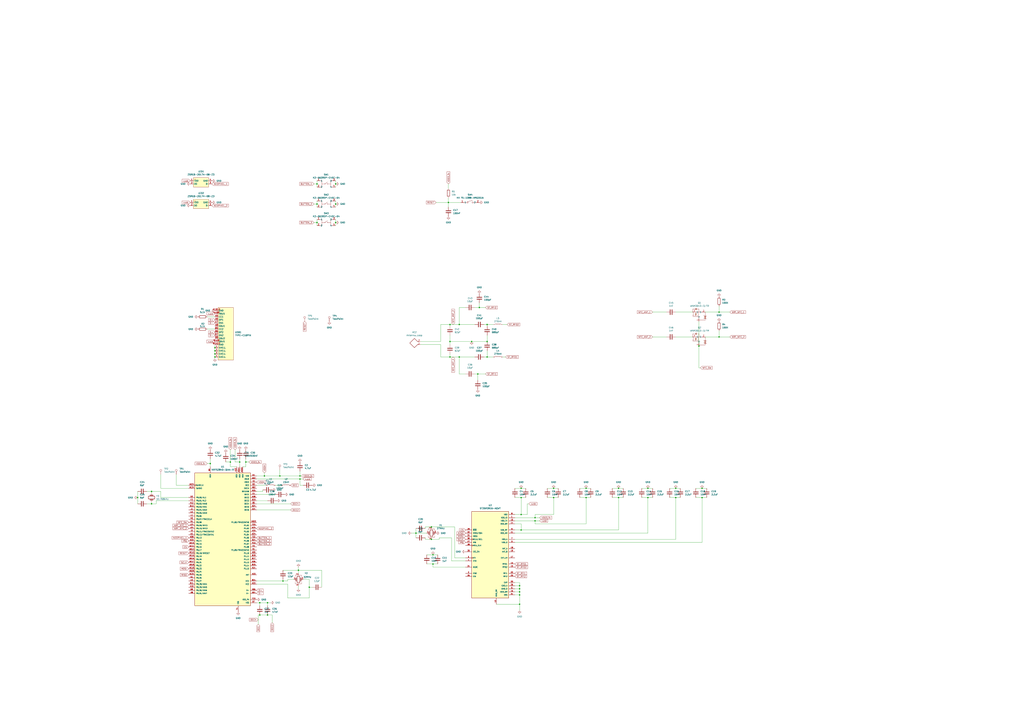
<source format=kicad_sch>
(kicad_sch (version 20250114) (generator "eeschema") (generator_version "9.0")
  (paper "A1")
  (title_block (title "KiKard") (date "2025-06-01") (rev "1") (comment 1 "Author: m5kro"))
  (junction (at 400.05 266.7))
  (junction (at 213.36 505.46))
  (junction (at 387.35 280.67))
  (junction (at 232.41 477.52))
  (junction (at 176.53 290.83))
  (junction (at 368.3 166.37))
  (junction (at 124.46 414.02))
  (junction (at 454.66 401.32))
  (junction (at 229.87 391.16))
  (junction (at 355.6 455.93))
  (junction (at 213.36 495.3))
  (junction (at 427.99 401.32))
  (junction (at 113.03 408.94))
  (junction (at 275.59 182.88))
  (junction (at 217.17 391.16))
  (junction (at 369.57 293.37))
  (junction (at 176.53 293.37))
  (junction (at 124.46 403.86))
  (junction (at 576.58 408.94))
  (junction (at 275.59 167.64))
  (junction (at 176.53 288.29))
  (junction (at 172.72 381))
  (junction (at 554.99 408.94))
  (junction (at 189.23 379.73))
  (junction (at 532.13 408.94))
  (junction (at 426.72 481.33))
  (junction (at 427.99 422.91))
  (junction (at 400.05 293.37))
  (junction (at 481.33 408.94))
  (junction (at 260.35 151.13))
  (junction (at 590.55 276.86))
  (junction (at 275.59 151.13))
  (junction (at 341.63 438.15))
  (junction (at 260.35 167.64))
  (junction (at 426.72 483.87))
  (junction (at 377.19 293.37))
  (junction (at 554.99 401.32))
  (junction (at 393.7 252.73))
  (junction (at 532.13 401.32))
  (junction (at 426.72 496.57))
  (junction (at 392.43 307.34))
  (junction (at 246.38 391.16))
  (junction (at 201.93 379.73))
  (junction (at 481.33 401.32))
  (junction (at 176.53 285.75))
  (junction (at 427.99 408.94))
  (junction (at 439.42 427.99))
  (junction (at 426.72 488.95))
  (junction (at 354.33 433.07))
  (junction (at 219.71 495.3))
  (junction (at 427.99 435.61))
  (junction (at 574.04 284.48))
  (junction (at 354.33 443.23))
  (junction (at 508 401.32))
  (junction (at 254 482.6))
  (junction (at 369.57 280.67))
  (junction (at 426.72 486.41))
  (junction (at 355.6 463.55))
  (junction (at 454.66 408.94))
  (junction (at 196.85 379.73))
  (junction (at 400.05 280.67))
  (junction (at 377.19 266.7))
  (junction (at 219.71 505.46))
  (junction (at 590.55 256.54))
  (junction (at 245.11 468.63))
  (junction (at 246.38 393.7))
  (junction (at 439.42 425.45))
  (junction (at 576.58 401.32))
  (junction (at 260.35 182.88))
  (junction (at 508 408.94))
  (junction (at 369.57 266.7))
  (wire (pts (xy 481.33 408.94) (xy 485.14 408.94)))
  (wire (pts (xy 422.91 435.61) (xy 427.99 435.61)))
  (wire (pts (xy 426.72 496.57) (xy 426.72 501.65)))
  (wire (pts (xy 554.99 401.32) (xy 558.8 401.32)))
  (wire (pts (xy 226.06 398.78) (xy 231.14 398.78)))
  (wire (pts (xy 217.17 388.62) (xy 217.17 391.16)))
  (wire (pts (xy 427.99 430.53) (xy 427.99 435.61)))
  (wire (pts (xy 422.91 408.94) (xy 427.99 408.94)))
  (wire (pts (xy 254 482.6) (xy 256.54 482.6)))
  (wire (pts (xy 427.99 435.61) (xy 508 435.61)))
  (wire (pts (xy 264.16 482.6) (xy 264.16 468.63)))
  (wire (pts (xy 571.5 401.32) (xy 576.58 401.32)))
  (wire (pts (xy 377.19 307.34) (xy 382.27 307.34)))
  (wire (pts (xy 132.08 401.32) (xy 132.08 389.89)))
  (wire (pts (xy 358.14 166.37) (xy 368.3 166.37)))
  (wire (pts (xy 260.35 182.88) (xy 260.35 185.42)))
  (wire (pts (xy 215.9 403.86) (xy 210.82 403.86)))
  (wire (pts (xy 154.94 408.94) (xy 132.08 408.94)))
  (wire (pts (xy 389.89 252.73) (xy 393.7 252.73)))
  (wire (pts (xy 576.58 408.94) (xy 580.39 408.94)))
  (wire (pts (xy 400.05 293.37) (xy 405.13 293.37)))
  (wire (pts (xy 369.57 266.7) (xy 377.19 266.7)))
  (wire (pts (xy 369.57 293.37) (xy 377.19 293.37)))
  (wire (pts (xy 554.99 256.54) (xy 568.96 256.54)))
  (wire (pts (xy 236.22 477.52) (xy 236.22 476.25)))
  (wire (pts (xy 144.78 398.78) (xy 144.78 389.89)))
  (wire (pts (xy 426.72 483.87) (xy 426.72 486.41)))
  (wire (pts (xy 422.91 427.99) (xy 439.42 427.99)))
  (wire (pts (xy 554.99 443.23) (xy 554.99 408.94)))
  (wire (pts (xy 426.72 486.41) (xy 426.72 488.95)))
  (wire (pts (xy 341.63 434.34) (xy 341.63 438.15)))
  (wire (pts (xy 210.82 419.1) (xy 238.76 419.1)))
  (wire (pts (xy 422.91 438.15) (xy 532.13 438.15)))
  (wire (pts (xy 476.25 401.32) (xy 481.33 401.32)))
  (wire (pts (xy 170.18 260.35) (xy 176.53 260.35)))
  (wire (pts (xy 373.38 433.07) (xy 373.38 458.47)))
  (wire (pts (xy 194.31 383.54) (xy 189.23 383.54)))
  (wire (pts (xy 355.6 463.55) (xy 359.41 463.55)))
  (wire (pts (xy 210.82 406.4) (xy 226.06 406.4)))
  (wire (pts (xy 382.27 252.73) (xy 377.19 252.73)))
  (wire (pts (xy 439.42 427.99) (xy 443.23 427.99)))
  (wire (pts (xy 213.36 495.3) (xy 219.71 495.3)))
  (wire (pts (xy 599.44 256.54) (xy 590.55 256.54)))
  (wire (pts (xy 350.52 463.55) (xy 355.6 463.55)))
  (wire (pts (xy 449.58 401.32) (xy 454.66 401.32)))
  (wire (pts (xy 176.53 290.83) (xy 176.53 293.37)))
  (wire (pts (xy 172.72 381) (xy 172.72 383.54)))
  (wire (pts (xy 355.6 455.93) (xy 359.41 455.93)))
  (wire (pts (xy 260.35 151.13) (xy 260.35 153.67)))
  (wire (pts (xy 532.13 401.32) (xy 535.94 401.32)))
  (wire (pts (xy 341.63 438.15) (xy 341.63 441.96)))
  (wire (pts (xy 215.9 402.59) (xy 215.9 403.86)))
  (wire (pts (xy 132.08 403.86) (xy 124.46 403.86)))
  (wire (pts (xy 449.58 408.94) (xy 454.66 408.94)))
  (wire (pts (xy 275.59 180.34) (xy 275.59 182.88)))
  (wire (pts (xy 422.91 425.45) (xy 439.42 425.45)))
  (wire (pts (xy 217.17 391.16) (xy 229.87 391.16)))
  (wire (pts (xy 476.25 408.94) (xy 481.33 408.94)))
  (wire (pts (xy 439.42 427.99) (xy 439.42 430.53)))
  (wire (pts (xy 120.65 403.86) (xy 124.46 403.86)))
  (wire (pts (xy 508 435.61) (xy 508 408.94)))
  (wire (pts (xy 422.91 488.95) (xy 426.72 488.95)))
  (wire (pts (xy 579.12 276.86) (xy 590.55 276.86)))
  (wire (pts (xy 502.92 408.94) (xy 508 408.94)))
  (wire (pts (xy 254 491.49) (xy 254 482.6)))
  (wire (pts (xy 193.04 379.73) (xy 193.04 369.57)))
  (wire (pts (xy 502.92 401.32) (xy 508 401.32)))
  (wire (pts (xy 369.57 293.37) (xy 361.95 293.37)))
  (wire (pts (xy 590.55 276.86) (xy 599.44 276.86)))
  (wire (pts (xy 350.52 455.93) (xy 355.6 455.93)))
  (wire (pts (xy 201.93 379.73) (xy 204.47 379.73)))
  (wire (pts (xy 571.5 408.94) (xy 576.58 408.94)))
  (wire (pts (xy 377.19 252.73) (xy 377.19 266.7)))
  (wire (pts (xy 185.42 379.73) (xy 189.23 379.73)))
  (wire (pts (xy 128.27 414.02) (xy 124.46 414.02)))
  (wire (pts (xy 481.33 430.53) (xy 439.42 430.53)))
  (wire (pts (xy 120.65 414.02) (xy 124.46 414.02)))
  (wire (pts (xy 400.05 288.29) (xy 400.05 293.37)))
  (wire (pts (xy 246.38 398.78) (xy 246.38 393.7)))
  (wire (pts (xy 172.72 377.19) (xy 172.72 381)))
  (wire (pts (xy 368.3 162.56) (xy 368.3 166.37)))
  (wire (pts (xy 481.33 408.94) (xy 481.33 430.53)))
  (wire (pts (xy 238.76 414.02) (xy 210.82 414.02)))
  (wire (pts (xy 576.58 445.77) (xy 576.58 408.94)))
  (wire (pts (xy 113.03 403.86) (xy 113.03 408.94)))
  (wire (pts (xy 229.87 391.16) (xy 246.38 391.16)))
  (wire (pts (xy 236.22 491.49) (xy 254 491.49)))
  (wire (pts (xy 260.35 180.34) (xy 260.35 182.88)))
  (wire (pts (xy 360.68 441.96) (xy 360.68 443.23)))
  (wire (pts (xy 369.57 290.83) (xy 369.57 293.37)))
  (wire (pts (xy 349.25 433.07) (xy 354.33 433.07)))
  (wire (pts (xy 212.09 505.46) (xy 212.09 513.08)))
  (wire (pts (xy 554.99 408.94) (xy 558.8 408.94)))
  (wire (pts (xy 574.04 302.26) (xy 575.31 302.26)))
  (wire (pts (xy 254 482.6) (xy 254 476.25)))
  (wire (pts (xy 422.91 486.41) (xy 426.72 486.41)))
  (wire (pts (xy 590.55 276.86) (xy 590.55 271.78)))
  (wire (pts (xy 481.33 401.32) (xy 485.14 401.32)))
  (wire (pts (xy 377.19 293.37) (xy 377.19 307.34)))
  (wire (pts (xy 210.82 411.48) (xy 219.71 411.48)))
  (wire (pts (xy 210.82 477.52) (xy 232.41 477.52)))
  (wire (pts (xy 212.09 505.46) (xy 213.36 505.46)))
  (wire (pts (xy 229.87 386.08) (xy 229.87 391.16)))
  (wire (pts (xy 433.07 414.02) (xy 434.34 414.02)))
  (wire (pts (xy 260.35 167.64) (xy 260.35 170.18)))
  (wire (pts (xy 397.51 293.37) (xy 400.05 293.37)))
  (wire (pts (xy 349.25 434.34) (xy 349.25 433.07)))
  (wire (pts (xy 260.35 165.1) (xy 260.35 167.64)))
  (wire (pts (xy 245.11 468.63) (xy 245.11 471.17)))
  (wire (pts (xy 579.12 256.54) (xy 590.55 256.54)))
  (wire (pts (xy 405.13 266.7) (xy 400.05 266.7)))
  (wire (pts (xy 412.75 293.37) (xy 415.29 293.37)))
  (wire (pts (xy 210.82 393.7) (xy 246.38 393.7)))
  (wire (pts (xy 454.66 408.94) (xy 454.66 422.91)))
  (wire (pts (xy 393.7 252.73) (xy 398.78 252.73)))
  (wire (pts (xy 355.6 466.09) (xy 355.6 463.55)))
  (wire (pts (xy 427.99 422.91) (xy 422.91 422.91)))
  (wire (pts (xy 170.18 381) (xy 172.72 381)))
  (wire (pts (xy 369.57 280.67) (xy 387.35 280.67)))
  (wire (pts (xy 201.93 379.73) (xy 201.93 377.19)))
  (wire (pts (xy 508 408.94) (xy 511.81 408.94)))
  (wire (pts (xy 369.57 275.59) (xy 369.57 280.67)))
  (wire (pts (xy 382.27 458.47) (xy 373.38 458.47)))
  (wire (pts (xy 426.72 481.33) (xy 426.72 483.87)))
  (wire (pts (xy 422.91 445.77) (xy 576.58 445.77)))
  (wire (pts (xy 260.35 167.64) (xy 257.81 167.64)))
  (wire (pts (xy 213.36 495.3) (xy 213.36 497.84)))
  (wire (pts (xy 124.46 403.86) (xy 124.46 405.13)))
  (wire (pts (xy 170.18 270.51) (xy 176.53 270.51)))
  (wire (pts (xy 232.41 476.25) (xy 232.41 477.52)))
  (wire (pts (xy 431.8 408.94) (xy 427.99 408.94)))
  (wire (pts (xy 213.36 505.46) (xy 219.71 505.46)))
  (wire (pts (xy 210.82 495.3) (xy 213.36 495.3)))
  (wire (pts (xy 176.53 283.21) (xy 176.53 285.75)))
  (wire (pts (xy 377.19 293.37) (xy 389.89 293.37)))
  (wire (pts (xy 199.39 383.54) (xy 201.93 383.54)))
  (wire (pts (xy 422.91 483.87) (xy 426.72 483.87)))
  (wire (pts (xy 382.27 466.09) (xy 355.6 466.09)))
  (wire (pts (xy 373.38 433.07) (xy 354.33 433.07)))
  (wire (pts (xy 433.07 414.02) (xy 433.07 422.91)))
  (wire (pts (xy 368.3 166.37) (xy 368.3 170.18)))
  (wire (pts (xy 576.58 401.32) (xy 580.39 401.32)))
  (wire (pts (xy 407.67 496.57) (xy 426.72 496.57)))
  (wire (pts (xy 361.95 266.7) (xy 361.95 280.67)))
  (wire (pts (xy 454.66 401.32) (xy 458.47 401.32)))
  (wire (pts (xy 426.72 488.95) (xy 426.72 496.57)))
  (wire (pts (xy 232.41 468.63) (xy 245.11 468.63)))
  (wire (pts (xy 382.27 461.01) (xy 370.84 461.01)))
  (wire (pts (xy 426.72 478.79) (xy 426.72 481.33)))
  (wire (pts (xy 554.99 276.86) (xy 568.96 276.86)))
  (wire (pts (xy 422.91 443.23) (xy 554.99 443.23)))
  (wire (pts (xy 154.94 398.78) (xy 144.78 398.78)))
  (wire (pts (xy 219.71 495.3) (xy 222.25 495.3)))
  (wire (pts (xy 176.53 288.29) (xy 176.53 290.83)))
  (wire (pts (xy 433.07 422.91) (xy 427.99 422.91)))
  (wire (pts (xy 210.82 398.78) (xy 218.44 398.78)))
  (wire (pts (xy 532.13 438.15) (xy 532.13 408.94)))
  (wire (pts (xy 361.95 293.37) (xy 361.95 283.21)))
  (wire (pts (xy 454.66 422.91) (xy 439.42 422.91)))
  (wire (pts (xy 535.94 276.86) (xy 547.37 276.86)))
  (wire (pts (xy 189.23 383.54) (xy 189.23 379.73)))
  (wire (pts (xy 412.75 266.7) (xy 416.56 266.7)))
  (wire (pts (xy 392.43 307.34) (xy 389.89 307.34)))
  (wire (pts (xy 196.85 379.73) (xy 196.85 383.54)))
  (wire (pts (xy 210.82 391.16) (xy 217.17 391.16)))
  (wire (pts (xy 369.57 266.7) (xy 369.57 267.97)))
  (wire (pts (xy 341.63 438.15) (xy 350.52 438.15)))
  (wire (pts (xy 260.35 182.88) (xy 257.81 182.88)))
  (wire (pts (xy 113.03 408.94) (xy 113.03 414.02)))
  (wire (pts (xy 246.38 387.35) (xy 246.38 391.16)))
  (wire (pts (xy 535.94 256.54) (xy 547.37 256.54)))
  (wire (pts (xy 124.46 414.02) (xy 124.46 412.75)))
  (wire (pts (xy 245.11 466.09) (xy 245.11 468.63)))
  (wire (pts (xy 176.53 294.64) (xy 176.53 293.37)))
  (wire (pts (xy 245.11 481.33) (xy 245.11 483.87)))
  (wire (pts (xy 532.13 408.94) (xy 535.94 408.94)))
  (wire (pts (xy 400.05 275.59) (xy 400.05 280.67)))
  (wire (pts (xy 201.93 383.54) (xy 201.93 379.73)))
  (wire (pts (xy 387.35 280.67) (xy 400.05 280.67)))
  (wire (pts (xy 439.42 422.91) (xy 439.42 425.45)))
  (wire (pts (xy 154.94 401.32) (xy 132.08 401.32)))
  (wire (pts (xy 345.44 280.67) (xy 361.95 280.67)))
  (wire (pts (xy 369.57 283.21) (xy 369.57 280.67)))
  (wire (pts (xy 392.43 307.34) (xy 392.43 312.42)))
  (wire (pts (xy 223.52 505.46) (xy 223.52 511.81)))
  (wire (pts (xy 132.08 408.94) (xy 132.08 403.86)))
  (wire (pts (xy 368.3 166.37) (xy 378.46 166.37)))
  (wire (pts (xy 590.55 256.54) (xy 590.55 251.46)))
  (wire (pts (xy 246.38 391.16) (xy 247.65 391.16)))
  (wire (pts (xy 427.99 401.32) (xy 431.8 401.32)))
  (wire (pts (xy 196.85 377.19) (xy 196.85 379.73)))
  (wire (pts (xy 389.89 266.7) (xy 377.19 266.7)))
  (wire (pts (xy 128.27 411.48) (xy 128.27 414.02)))
  (wire (pts (xy 454.66 408.94) (xy 458.47 408.94)))
  (wire (pts (xy 275.59 167.64) (xy 275.59 170.18)))
  (wire (pts (xy 254 476.25) (xy 248.92 476.25)))
  (wire (pts (xy 368.3 151.13) (xy 368.3 154.94)))
  (wire (pts (xy 154.94 411.48) (xy 128.27 411.48)))
  (wire (pts (xy 260.35 151.13) (xy 260.35 148.59)))
  (wire (pts (xy 549.91 401.32) (xy 554.99 401.32)))
  (wire (pts (xy 248.92 398.78) (xy 246.38 398.78)))
  (wire (pts (xy 549.91 408.94) (xy 554.99 408.94)))
  (wire (pts (xy 508 401.32) (xy 511.81 401.32)))
  (wire (pts (xy 398.78 307.34) (xy 392.43 307.34)))
  (wire (pts (xy 219.71 495.3) (xy 219.71 497.84)))
  (wire (pts (xy 236.22 480.06) (xy 236.22 491.49)))
  (wire (pts (xy 427.99 408.94) (xy 427.99 422.91)))
  (wire (pts (xy 574.04 284.48) (xy 574.04 302.26)))
  (wire (pts (xy 345.44 283.21) (xy 361.95 283.21)))
  (wire (pts (xy 219.71 505.46) (xy 223.52 505.46)))
  (wire (pts (xy 264.16 468.63) (xy 245.11 468.63)))
  (wire (pts (xy 275.59 151.13) (xy 275.59 153.67)))
  (wire (pts (xy 527.05 401.32) (xy 532.13 401.32)))
  (wire (pts (xy 337.82 438.15) (xy 341.63 438.15)))
  (wire (pts (xy 370.84 441.96) (xy 360.68 441.96)))
  (wire (pts (xy 370.84 461.01) (xy 370.84 441.96)))
  (wire (pts (xy 275.59 182.88) (xy 275.59 185.42)))
  (wire (pts (xy 349.25 443.23) (xy 354.33 443.23)))
  (wire (pts (xy 349.25 441.96) (xy 349.25 443.23)))
  (wire (pts (xy 275.59 165.1) (xy 275.59 167.64)))
  (wire (pts (xy 400.05 266.7) (xy 400.05 267.97)))
  (wire (pts (xy 574.04 264.16) (xy 574.04 284.48)))
  (wire (pts (xy 527.05 408.94) (xy 532.13 408.94)))
  (wire (pts (xy 232.41 477.52) (xy 236.22 477.52)))
  (wire (pts (xy 360.68 443.23) (xy 354.33 443.23)))
  (wire (pts (xy 397.51 266.7) (xy 400.05 266.7)))
  (wire (pts (xy 275.59 148.59) (xy 275.59 151.13)))
  (wire (pts (xy 236.22 476.25) (xy 241.3 476.25)))
  (wire (pts (xy 422.91 481.33) (xy 426.72 481.33)))
  (wire (pts (xy 422.91 478.79) (xy 426.72 478.79)))
  (wire (pts (xy 422.91 401.32) (xy 427.99 401.32)))
  (wire (pts (xy 369.57 266.7) (xy 361.95 266.7)))
  (wire (pts (xy 248.92 393.7) (xy 246.38 393.7)))
  (wire (pts (xy 257.81 151.13) (xy 260.35 151.13)))
  (wire (pts (xy 210.82 480.06) (xy 236.22 480.06)))
  (wire (pts (xy 393.7 248.92) (xy 393.7 252.73)))
  (wire (pts (xy 196.85 379.73) (xy 193.04 379.73)))
  (wire (pts (xy 439.42 425.45) (xy 443.23 425.45)))
  (wire (pts (xy 422.91 430.53) (xy 427.99 430.53)))
  (wire (pts (xy 176.53 285.75) (xy 176.53 288.29)))
  (wire (pts (xy 189.23 379.73) (xy 189.23 369.57)))
  (global_label "DCC2" (shape input) (at 238.76 419.1 0) (property "Intersheetrefs" "${INTERSHEET_REFS}" (effects (hide yes))))
  (global_label "NEOPIXEL_2" (shape input) (at 173.99 168.91 0) (property "Intersheetrefs" "${INTERSHEET_REFS}" (effects (hide yes))))
  (global_label "DCC2" (shape input) (at 223.52 511.81 270) (property "Intersheetrefs" "${INTERSHEET_REFS}" (effects (hide yes))))
  (global_label "NFC_ANT_2" (shape input) (at 535.94 276.86 180) (property "Intersheetrefs" "${INTERSHEET_REFS}" (effects (hide yes))))
  (global_label "MOSI" (shape input) (at 154.94 467.36 180) (property "Intersheetrefs" "${INTERSHEET_REFS}" (effects (hide yes))))
  (global_label "DCC" (shape input) (at 212.09 513.08 270) (property "Intersheetrefs" "${INTERSHEET_REFS}" (effects (hide yes))))
  (global_label "MOSI" (shape input) (at 382.27 440.69 180) (property "Intersheetrefs" "${INTERSHEET_REFS}" (effects (hide yes))))
  (global_label "ST_RFO2" (shape input) (at 422.91 466.09 0) (property "Intersheetrefs" "${INTERSHEET_REFS}" (effects (hide yes))))
  (global_label "VDD3.3v" (shape input) (at 368.3 151.13 90) (property "Intersheetrefs" "${INTERSHEET_REFS}" (effects (hide yes))))
  (global_label "D+" (shape input) (at 176.53 273.05 180) (property "Intersheetrefs" "${INTERSHEET_REFS}" (effects (hide yes))))
  (global_label "D-" (shape input) (at 210.82 487.68 0) (property "Intersheetrefs" "${INTERSHEET_REFS}" (effects (hide yes))))
  (global_label "VDD3.3v" (shape input) (at 193.04 369.57 90) (property "Intersheetrefs" "${INTERSHEET_REFS}" (effects (hide yes))))
  (global_label "NEOPIXEL_2" (shape input) (at 210.82 434.34 0) (property "Intersheetrefs" "${INTERSHEET_REFS}" (effects (hide yes))))
  (global_label "D+" (shape input) (at 176.53 262.89 180) (property "Intersheetrefs" "${INTERSHEET_REFS}" (effects (hide yes))))
  (global_label "IRQ" (shape input) (at 382.27 445.77 180) (property "Intersheetrefs" "${INTERSHEET_REFS}" (effects (hide yes))))
  (global_label "ST_RFO1" (shape input) (at 422.91 463.55 0) (property "Intersheetrefs" "${INTERSHEET_REFS}" (effects (hide yes))))
  (global_label "BUTTON_3" (shape input) (at 257.81 182.88 180) (property "Intersheetrefs" "${INTERSHEET_REFS}" (effects (hide yes))))
  (global_label "vusb" (shape input) (at 176.53 280.67 180) (property "Intersheetrefs" "${INTERSHEET_REFS}" (effects (hide yes))))
  (global_label "IRQ" (shape input) (at 154.94 444.5 180) (property "Intersheetrefs" "${INTERSHEET_REFS}" (effects (hide yes))))
  (global_label "SCLK" (shape input) (at 154.94 462.28 180) (property "Intersheetrefs" "${INTERSHEET_REFS}" (effects (hide yes))))
  (global_label "BUTTON_1" (shape input) (at 210.82 441.96 0) (property "Intersheetrefs" "${INTERSHEET_REFS}" (effects (hide yes))))
  (global_label "ST_RFO1" (shape input) (at 415.29 293.37 0) (property "Intersheetrefs" "${INTERSHEET_REFS}" (effects (hide yes))))
  (global_label "RESET" (shape input) (at 154.94 454.66 180) (property "Intersheetrefs" "${INTERSHEET_REFS}" (effects (hide yes))))
  (global_label "NFC_ANT_1" (shape input) (at 535.94 256.54 180) (property "Intersheetrefs" "${INTERSHEET_REFS}" (effects (hide yes))))
  (global_label "ST_RFI2" (shape input) (at 422.91 473.71 0) (property "Intersheetrefs" "${INTERSHEET_REFS}" (effects (hide yes))))
  (global_label "vusb" (shape input) (at 156.21 166.37 180) (property "Intersheetrefs" "${INTERSHEET_REFS}" (effects (hide yes))))
  (global_label "NFC_SW" (shape input) (at 154.94 429.26 180) (property "Intersheetrefs" "${INTERSHEET_REFS}" (effects (hide yes))))
  (global_label "BUTTON_2" (shape input) (at 210.82 444.5 0) (property "Intersheetrefs" "${INTERSHEET_REFS}" (effects (hide yes))))
  (global_label "NEOPIXEL_1" (shape input) (at 173.99 151.13 0) (property "Intersheetrefs" "${INTERSHEET_REFS}" (effects (hide yes))))
  (global_label "D+" (shape input) (at 210.82 485.14 0) (property "Intersheetrefs" "${INTERSHEET_REFS}" (effects (hide yes))))
  (global_label "ST_RFI2" (shape input) (at 398.78 252.73 0) (property "Intersheetrefs" "${INTERSHEET_REFS}" (effects (hide yes))))
  (global_label "CS" (shape input) (at 382.27 435.61 180) (property "Intersheetrefs" "${INTERSHEET_REFS}" (effects (hide yes))))
  (global_label "NFC_ANT_1" (shape input) (at 372.11 293.37 270) (property "Intersheetrefs" "${INTERSHEET_REFS}" (effects (hide yes))))
  (global_label "VDD3.3v" (shape input) (at 204.47 379.73 0) (property "Intersheetrefs" "${INTERSHEET_REFS}" (effects (hide yes))))
  (global_label "MISO" (shape input) (at 382.27 438.15 180) (property "Intersheetrefs" "${INTERSHEET_REFS}" (effects (hide yes))))
  (global_label "vusb" (shape input) (at 443.23 427.99 0) (property "Intersheetrefs" "${INTERSHEET_REFS}" (effects (hide yes))))
  (global_label "VDD3.3v" (shape input) (at 170.18 381 180) (property "Intersheetrefs" "${INTERSHEET_REFS}" (effects (hide yes))))
  (global_label "RESET" (shape input) (at 250.19 264.16 270) (property "Intersheetrefs" "${INTERSHEET_REFS}" (effects (hide yes))))
  (global_label "NFC_ANT_2" (shape input) (at 372.11 266.7 90) (property "Intersheetrefs" "${INTERSHEET_REFS}" (effects (hide yes))))
  (global_label "NRF_NFC_1" (shape input) (at 599.44 256.54 0) (property "Intersheetrefs" "${INTERSHEET_REFS}" (effects (hide yes))))
  (global_label "D-" (shape input) (at 176.53 275.59 180) (property "Intersheetrefs" "${INTERSHEET_REFS}" (effects (hide yes))))
  (global_label "NEOPIXEL_1" (shape input) (at 154.94 441.96 180) (property "Intersheetrefs" "${INTERSHEET_REFS}" (effects (hide yes))))
  (global_label "NRF_NFC_1" (shape input) (at 154.94 431.8 180) (property "Intersheetrefs" "${INTERSHEET_REFS}" (effects (hide yes))))
  (global_label "BUTTON_2" (shape input) (at 257.81 167.64 180) (property "Intersheetrefs" "${INTERSHEET_REFS}" (effects (hide yes))))
  (global_label "MISO" (shape input) (at 154.94 472.44 180) (property "Intersheetrefs" "${INTERSHEET_REFS}" (effects (hide yes))))
  (global_label "VDD3.3v" (shape input) (at 443.23 425.45 0) (property "Intersheetrefs" "${INTERSHEET_REFS}" (effects (hide yes))))
  (global_label "vusb" (shape input) (at 434.34 414.02 0) (property "Intersheetrefs" "${INTERSHEET_REFS}" (effects (hide yes))))
  (global_label "ST_RFO2" (shape input) (at 416.56 266.7 0) (property "Intersheetrefs" "${INTERSHEET_REFS}" (effects (hide yes))))
  (global_label "DCC" (shape input) (at 238.76 398.78 0) (property "Intersheetrefs" "${INTERSHEET_REFS}" (effects (hide yes))))
  (global_label "vusb" (shape input) (at 156.21 148.59 180) (property "Intersheetrefs" "${INTERSHEET_REFS}" (effects (hide yes))))
  (global_label "NRF_NFC_2" (shape input) (at 154.94 434.34 180) (property "Intersheetrefs" "${INTERSHEET_REFS}" (effects (hide yes))))
  (global_label "DEC4" (shape input) (at 238.76 414.02 0) (property "Intersheetrefs" "${INTERSHEET_REFS}" (effects (hide yes))))
  (global_label "VDDH" (shape input) (at 210.82 396.24 0) (property "Intersheetrefs" "${INTERSHEET_REFS}" (effects (hide yes))))
  (global_label "DEC4" (shape input) (at 212.09 509.27 180) (property "Intersheetrefs" "${INTERSHEET_REFS}" (effects (hide yes))))
  (global_label "ST_RFI1" (shape input) (at 398.78 307.34 0) (property "Intersheetrefs" "${INTERSHEET_REFS}" (effects (hide yes))))
  (global_label "BUTTON_1" (shape input) (at 257.81 151.13 180) (property "Intersheetrefs" "${INTERSHEET_REFS}" (effects (hide yes))))
  (global_label "RESET" (shape input) (at 358.14 166.37 180) (property "Intersheetrefs" "${INTERSHEET_REFS}" (effects (hide yes))))
  (global_label "ST_RFI1" (shape input) (at 422.91 471.17 0) (property "Intersheetrefs" "${INTERSHEET_REFS}" (effects (hide yes))))
  (global_label "vusb" (shape input) (at 248.92 393.7 0) (property "Intersheetrefs" "${INTERSHEET_REFS}" (effects (hide yes))))
  (global_label "BUTTON_3" (shape input) (at 210.82 447.04 0) (property "Intersheetrefs" "${INTERSHEET_REFS}" (effects (hide yes))))
  (global_label "SCLK" (shape input) (at 382.27 443.23 180) (property "Intersheetrefs" "${INTERSHEET_REFS}" (effects (hide yes))))
  (global_label "VDD3.3v" (shape input) (at 247.65 391.16 0) (property "Intersheetrefs" "${INTERSHEET_REFS}" (effects (hide yes))))
  (global_label "VDD3.3v" (shape input) (at 189.23 369.57 90) (property "Intersheetrefs" "${INTERSHEET_REFS}" (effects (hide yes))))
  (global_label "NFC_SW" (shape input) (at 575.31 302.26 0) (property "Intersheetrefs" "${INTERSHEET_REFS}" (effects (hide yes))))
  (global_label "VDDH" (shape input) (at 217.17 388.62 90) (property "Intersheetrefs" "${INTERSHEET_REFS}" (effects (hide yes))))
  (global_label "vusb" (shape input) (at 176.53 257.81 180) (property "Intersheetrefs" "${INTERSHEET_REFS}" (effects (hide yes))))
  (global_label "D-" (shape input) (at 176.53 265.43 180) (property "Intersheetrefs" "${INTERSHEET_REFS}" (effects (hide yes))))
  (global_label "NRF_NFC_2" (shape input) (at 599.44 276.86 0) (property "Intersheetrefs" "${INTERSHEET_REFS}" (effects (hide yes))))
  (global_label "CS" (shape input) (at 154.94 449.58 180) (property "Intersheetrefs" "${INTERSHEET_REFS}" (effects (hide yes))))
  (symbol (lib_id "Device:C") (at 172.72 373.38 0) (unit 1)
    (property "Reference" "C32" (at 176.53 372.1099 0) (effects (justify left)))
    (property "Value" "4.7uF" (at 176.53 374.6499 0) (effects (justify left)))
    (property "Footprint" "extra-symbols-footprints:C0603" (effects (hide yes)))
    (property "Description" "Unpolarized capacitor" (effects (hide yes)))
  )
  (symbol (lib_id "Device:C") (at 458.47 405.13 0) (unit 1)
    (property "Reference" "C7" (at 462.28 403.8599 0) (effects (justify left)))
    (property "Value" "2.2uF" (at 462.28 406.3999 0) (effects (justify left)))
    (property "Footprint" "extra-symbols-footprints:C0603" (effects (hide yes)))
    (property "Description" "Unpolarized capacitor" (effects (hide yes)))
  )
  (symbol (lib_id "power:GND") (at 590.55 243.84 180) (unit 1)
    (property "Reference" "#PWR034" (effects (hide yes)))
    (property "Value" "GND" (at 590.55 238.76 0))
    (property "Description" "Power symbol creates a global label with name \"GND\" , ground" (effects (hide yes)))
  )
  (symbol (lib_id "power:GND") (at 275.59 151.13 90) (unit 1)
    (property "Reference" "#PWR038" (effects (hide yes)))
    (property "Value" "GND" (at 279.4 151.1299 90) (effects (justify right)))
    (property "Description" "Power symbol creates a global label with name \"GND\" , ground" (effects (hide yes)))
  )
  (symbol (lib_id "power:GND") (at 454.66 401.32 180) (unit 1)
    (property "Reference" "#PWR013" (effects (hide yes)))
    (property "Value" "GND" (at 454.66 396.24 0))
    (property "Description" "Power symbol creates a global label with name \"GND\" , ground" (effects (hide yes)))
  )
  (symbol (lib_id "power:GND") (at 162.56 260.35 270) (unit 1)
    (property "Reference" "#PWR01" (effects (hide yes)))
    (property "Value" "GND" (at 158.75 260.3499 90) (effects (justify right)))
    (property "Description" "Power symbol creates a global label with name \"GND\" , ground" (effects (hide yes)))
  )
  (symbol (lib_id "Device:C") (at 535.94 405.13 0) (unit 1)
    (property "Reference" "C15" (at 539.75 403.8599 0) (effects (justify left)))
    (property "Value" "2.2uF" (at 539.75 406.3999 0) (effects (justify left)))
    (property "Footprint" "extra-symbols-footprints:C0603" (effects (hide yes)))
    (property "Description" "Unpolarized capacitor" (effects (hide yes)))
  )
  (symbol (lib_id "Device:C") (at 386.08 252.73 90) (unit 1)
    (property "Reference" "C43" (at 386.08 245.11 90))
    (property "Value" "10pF" (at 386.08 247.65 90))
    (property "Footprint" "extra-symbols-footprints:C0402" (effects (hide yes)))
    (property "Description" "Unpolarized capacitor" (effects (hide yes)))
  )
  (symbol (lib_id "Device:Crystal_GND24") (at 354.33 438.15 0) (unit 1)
    (property "Reference" "Y1" (at 361.95 431.7298 0))
    (property "Value" "27MHz" (at 361.95 434.2698 0))
    (property "Footprint" "extra-symbols-footprints:CRYSTAL-SMD_4P-L2.0-W1.6-BL-B" (effects (hide yes)))
    (property "Description" "Four pin crystal, GND on pins 2 and 4" (effects (hide yes)))
  )
  (symbol (lib_id "power:GND") (at 426.72 501.65 0) (unit 1)
    (property "Reference" "#PWR04" (effects (hide yes)))
    (property "Value" "GND" (at 426.72 506.73 0))
    (property "Description" "Power symbol creates a global label with name \"GND\" , ground" (effects (hide yes)))
  )
  (symbol (lib_id "power:GND") (at 270.51 264.16 0) (unit 1)
    (property "Reference" "#PWR048" (effects (hide yes)))
    (property "Value" "GND" (at 270.51 269.24 0))
    (property "Description" "Power symbol creates a global label with name \"GND\" , ground" (effects (hide yes)))
  )
  (symbol (lib_id "power:GND") (at 481.33 401.32 180) (unit 1)
    (property "Reference" "#PWR014" (effects (hide yes)))
    (property "Value" "GND" (at 481.33 396.24 0))
    (property "Description" "Power symbol creates a global label with name \"GND\" , ground" (effects (hide yes)))
  )
  (symbol (lib_id "Device:R") (at 368.3 158.75 0) (unit 1)
    (property "Reference" "R5" (at 370.84 157.4799 0) (effects (justify left)))
    (property "Value" "10k" (at 370.84 160.0199 0) (effects (justify left)))
    (property "Footprint" "extra-symbols-footprints:R0402" (effects (hide yes)))
    (property "Description" "Resistor" (effects (hide yes)))
  )
  (symbol (lib_id "Device:C") (at 252.73 398.78 90) (unit 1)
    (property "Reference" "C3" (at 252.73 402.59 90))
    (property "Value" "4.7uF" (at 257.048 402.59 90))
    (property "Footprint" "extra-symbols-footprints:C0603" (effects (hide yes)))
    (property "Description" "Unpolarized capacitor" (effects (hide yes)))
  )
  (symbol (lib_id "power:GND") (at 508 401.32 180) (unit 1)
    (property "Reference" "#PWR06" (effects (hide yes)))
    (property "Value" "GND" (at 508 396.24 0))
    (property "Description" "Power symbol creates a global label with name \"GND\" , ground" (effects (hide yes)))
  )
  (symbol (lib_id "Device:C") (at 369.57 271.78 0) (unit 1)
    (property "Reference" "C42" (at 373.38 270.5099 0) (effects (justify left)))
    (property "Value" "62pF" (at 373.38 273.0499 0) (effects (justify left)))
    (property "Footprint" "extra-symbols-footprints:C0402" (effects (hide yes)))
    (property "Description" "Unpolarized capacitor" (effects (hide yes)))
  )
  (symbol (lib_id "Device:C") (at 185.42 375.92 0) (unit 1)
    (property "Reference" "C34" (at 189.23 374.6499 0) (effects (justify left)))
    (property "Value" "100nF" (at 189.23 377.1899 0) (effects (justify left)))
    (property "Footprint" "extra-symbols-footprints:C0402" (effects (hide yes)))
    (property "Description" "Unpolarized capacitor" (effects (hide yes)))
  )
  (symbol (lib_id "Device:C") (at 393.7 245.11 0) (unit 1)
    (property "Reference" "C44" (at 397.51 243.8399 0) (effects (justify left)))
    (property "Value" "100pF" (at 397.51 246.3799 0) (effects (justify left)))
    (property "Footprint" "extra-symbols-footprints:C0402" (effects (hide yes)))
    (property "Description" "Unpolarized capacitor" (effects (hide yes)))
  )
  (symbol (lib_id "power:GND") (at 337.82 438.15 270) (unit 1)
    (property "Reference" "#PWR017" (effects (hide yes)))
    (property "Value" "GND" (at 334.01 438.1499 90) (effects (justify right)))
    (property "Description" "Power symbol creates a global label with name \"GND\" , ground" (effects (hide yes)))
  )
  (symbol (lib_id "power:GND") (at 185.42 372.11 180) (unit 1)
    (property "Reference" "#PWR030" (effects (hide yes)))
    (property "Value" "GND" (at 185.42 367.03 0))
    (property "Description" "Power symbol creates a global label with name \"GND\" , ground" (effects (hide yes)))
  )
  (symbol (lib_id "Device:Crystal") (at 124.46 408.94 90) (unit 1)
    (property "Reference" "Y3" (at 128.27 407.6699 90) (effects (justify right)))
    (property "Value" "32.768kHz" (at 128.27 410.2099 90) (effects (justify right)))
    (property "Footprint" "extra-symbols-footprints:OSC-SMD_L1.6-W1.0" (effects (hide yes)))
    (property "Description" "Two pin crystal" (effects (hide yes)))
  )
  (symbol (lib_id "Device:C") (at 571.5 405.13 0) (unit 1)
    (property "Reference" "C18" (at 575.31 403.8599 0) (effects (justify left)))
    (property "Value" "10nF" (at 575.31 406.3999 0) (effects (justify left)))
    (property "Footprint" "extra-symbols-footprints:C0402" (effects (hide yes)))
    (property "Description" "Unpolarized capacitor" (effects (hide yes)))
  )
  (symbol (lib_id "Device:C") (at 386.08 307.34 90) (unit 1)
    (property "Reference" "C36" (at 386.08 299.72 90))
    (property "Value" "10pF" (at 386.08 302.26 90))
    (property "Footprint" "extra-symbols-footprints:C0402" (effects (hide yes)))
    (property "Description" "Unpolarized capacitor" (effects (hide yes)))
  )
  (symbol (lib_id "Device:C") (at 219.71 402.59 270) (unit 1)
    (property "Reference" "C1" (at 219.71 394.97 90))
    (property "Value" "4.7uF" (at 219.71 397.51 90))
    (property "Footprint" "extra-symbols-footprints:C0603" (effects (hide yes)))
    (property "Description" "Unpolarized capacitor" (effects (hide yes)))
  )
  (symbol (lib_id "Device:C") (at 558.8 405.13 0) (unit 1)
    (property "Reference" "C17" (at 562.61 403.8599 0) (effects (justify left)))
    (property "Value" "2.2uF" (at 562.61 406.3999 0) (effects (justify left)))
    (property "Footprint" "extra-symbols-footprints:C0603" (effects (hide yes)))
    (property "Description" "Unpolarized capacitor" (effects (hide yes)))
  )
  (symbol (lib_id "Device:C") (at 527.05 405.13 0) (unit 1)
    (property "Reference" "C14" (at 530.86 403.8599 0) (effects (justify left)))
    (property "Value" "10nF" (at 530.86 406.3999 0) (effects (justify left)))
    (property "Footprint" "extra-symbols-footprints:C0402" (effects (hide yes)))
    (property "Description" "Unpolarized capacitor" (effects (hide yes)))
  )
  (symbol (lib_id "Device:C") (at 502.92 405.13 0) (unit 1)
    (property "Reference" "C12" (at 506.73 403.8599 0) (effects (justify left)))
    (property "Value" "10nF" (at 506.73 406.3999 0) (effects (justify left)))
    (property "Footprint" "extra-symbols-footprints:C0402" (effects (hide yes)))
    (property "Description" "Unpolarized capacitor" (effects (hide yes)))
  )
  (symbol (lib_id "Device:C") (at 485.14 405.13 0) (unit 1)
    (property "Reference" "C9" (at 488.95 403.8599 0) (effects (justify left)))
    (property "Value" "2.2uF" (at 488.95 406.3999 0) (effects (justify left)))
    (property "Footprint" "extra-symbols-footprints:C0603" (effects (hide yes)))
    (property "Description" "Unpolarized capacitor" (effects (hide yes)))
  )
  (symbol (lib_id "Device:C") (at 223.52 411.48 90) (unit 1)
    (property "Reference" "C28" (at 223.52 403.86 90))
    (property "Value" "100nF" (at 223.52 406.4 90))
    (property "Footprint" "extra-symbols-footprints:C0402" (effects (hide yes)))
    (property "Description" "Unpolarized capacitor" (effects (hide yes)))
  )
  (symbol (lib_id "power:GND") (at 275.59 167.64 90) (unit 1)
    (property "Reference" "#PWR039" (effects (hide yes)))
    (property "Value" "GND" (at 279.4 167.6399 90) (effects (justify right)))
    (property "Description" "Power symbol creates a global label with name \"GND\" , ground" (effects (hide yes)))
  )
  (symbol (lib_id "power:GND") (at 176.53 294.64 0) (unit 1)
    (property "Reference" "#PWR041" (effects (hide yes)))
    (property "Value" "GND" (at 176.53 299.72 0))
    (property "Description" "Power symbol creates a global label with name \"GND\" , ground" (effects (hide yes)))
  )
  (symbol (lib_id "Device:R") (at 590.55 267.97 0) (unit 1)
    (property "Reference" "R4" (at 593.09 266.6999 0) (effects (justify left)))
    (property "Value" "100K" (at 593.09 269.2399 0) (effects (justify left)))
    (property "Footprint" "extra-symbols-footprints:R0603" (effects (hide yes)))
    (property "Description" "Resistor" (effects (hide yes)))
  )
  (symbol (lib_id "K2-6639SP-C4SC-04:K2-6639SP-C4SC-04") (at 267.97 151.13 0) (unit 1)
    (property "Reference" "SW1" (at 267.97 143.51 0))
    (property "Value" "K2-6639SP-C4SC-04" (at 267.97 146.05 0))
    (property "Footprint" "extra-symbols-footprints:KEY-SMD_4P-L6.0-W6.0-P3.90-LS9.0" (effects (hide yes)))
    (property "Datasheet" "https://lcsc.com/product-detail/Tactile-Switches_6-6-5mm_C83206.html" (effects (hide yes)))
    (property "LCSC Part" "C83206" (effects (hide yes)))
  )
  (symbol (lib_id "Device:R") (at 590.55 247.65 0) (unit 1)
    (property "Reference" "R3" (at 593.09 246.3799 0) (effects (justify left)))
    (property "Value" "100K" (at 593.09 248.9199 0) (effects (justify left)))
    (property "Footprint" "extra-symbols-footprints:R0603" (effects (hide yes)))
    (property "Description" "Resistor" (effects (hide yes)))
  )
  (symbol (lib_id "HX3x4x2-2P-2.5N:HXTS-1088-AR02016") (at 386.08 166.37 0) (unit 1)
    (property "Reference" "SW4" (at 386.08 160.02 0))
    (property "Value" "HX TS-1088-AR02016" (at 386.08 162.56 0))
    (property "Footprint" "extra-symbols-footprints:SW-SMD_L4.0-W2.9-LS5.0" (effects (hide yes)))
    (property "LCSC Part" "C36498961" (effects (hide yes)))
  )
  (symbol (lib_id "Device:C") (at 393.7 266.7 90) (unit 1)
    (property "Reference" "C41" (at 393.7 259.08 90))
    (property "Value" "100pF" (at 393.7 261.62 90))
    (property "Footprint" "extra-symbols-footprints:C0402" (effects (hide yes)))
    (property "Description" "Unpolarized capacitor" (effects (hide yes)))
  )
  (symbol (lib_id "K2-6639SP-C4SC-04:K2-6639SP-C4SC-04") (at 267.97 182.88 0) (unit 1)
    (property "Reference" "SW3" (at 267.97 175.26 0))
    (property "Value" "K2-6639SP-C4SC-04" (at 267.97 177.8 0))
    (property "Footprint" "extra-symbols-footprints:KEY-SMD_4P-L6.0-W6.0-P3.90-LS9.0" (effects (hide yes)))
    (property "Datasheet" "https://lcsc.com/product-detail/Tactile-Switches_6-6-5mm_C83206.html" (effects (hide yes)))
    (property "LCSC Part" "C83206" (effects (hide yes)))
  )
  (symbol (lib_id "power:GND") (at 256.54 398.78 90) (unit 1)
    (property "Reference" "#PWR011" (effects (hide yes)))
    (property "Value" "GND" (at 260.35 398.7799 90) (effects (justify right)))
    (property "Description" "Power symbol creates a global label with name \"GND\" , ground" (effects (hide yes)))
  )
  (symbol (lib_id "Device:C") (at 229.87 406.4 90) (unit 1)
    (property "Reference" "C29" (at 229.87 398.78 90))
    (property "Value" "100nF" (at 229.87 401.32 90))
    (property "Footprint" "extra-symbols-footprints:C0402" (effects (hide yes)))
    (property "Description" "Unpolarized capacitor" (effects (hide yes)))
  )
  (symbol (lib_id "power:GND") (at 176.53 255.27 270) (unit 1)
    (property "Reference" "#PWR042" (effects (hide yes)))
    (property "Value" "GND" (at 172.72 255.2699 90) (effects (justify right)))
    (property "Description" "Power symbol creates a global label with name \"GND\" , ground" (effects (hide yes)))
  )
  (symbol (lib_id "power:GND") (at 162.56 270.51 270) (unit 1)
    (property "Reference" "#PWR043" (effects (hide yes)))
    (property "Value" "GND" (at 158.75 270.5099 90) (effects (justify right)))
    (property "Description" "Power symbol creates a global label with name \"GND\" , ground" (effects (hide yes)))
  )
  (symbol (lib_id "power:GND") (at 173.99 148.59 90) (unit 1)
    (property "Reference" "#PWR046" (effects (hide yes)))
    (property "Value" "GND" (at 177.8 148.5899 90) (effects (justify right)))
    (property "Description" "Power symbol creates a global label with name \"GND\" , ground" (effects (hide yes)))
  )
  (symbol (lib_id "power:GND") (at 382.27 453.39 270) (unit 1)
    (property "Reference" "#PWR03" (effects (hide yes)))
    (property "Value" "GND" (at 378.46 453.3899 90) (effects (justify right)))
    (property "Description" "Power symbol creates a global label with name \"GND\" , ground" (effects (hide yes)))
  )
  (symbol (lib_id "Device:C") (at 196.85 373.38 0) (unit 1)
    (property "Reference" "C31" (at 200.66 372.1099 0) (effects (justify left)))
    (property "Value" "100nF" (at 200.66 374.6499 0) (effects (justify left)))
    (property "Footprint" "extra-symbols-footprints:C0402" (effects (hide yes)))
    (property "Description" "Unpolarized capacitor" (effects (hide yes)))
  )
  (symbol (lib_id "power:GND") (at 590.55 264.16 180) (unit 1)
    (property "Reference" "#PWR035" (effects (hide yes)))
    (property "Value" "GND" (at 590.55 259.08 0))
    (property "Description" "Power symbol creates a global label with name \"GND\" , ground" (effects (hide yes)))
  )
  (symbol (lib_id "Device:R") (at 166.37 260.35 270) (unit 1)
    (property "Reference" "R1" (at 166.37 254 90))
    (property "Value" "5.1k" (at 166.37 256.54 90))
    (property "Footprint" "extra-symbols-footprints:R0402" (effects (hide yes)))
    (property "Description" "Resistor" (effects (hide yes)))
  )
  (symbol (lib_id "ST25R3916-AQWT:ST25R3916-AQWT") (at 402.59 455.93 0) (unit 1)
    (property "Reference" "U2" (at 402.59 415.29 0))
    (property "Value" "ST25R3916-AQWT" (at 402.59 417.83 0))
    (property "Footprint" "extra-symbols-footprints:QFN50P500X500X100-33N" (effects (hide yes)))
    (property "B_NOM" "0.25" (effects (hide yes)))
    (property "A_MAX" "1.0" (effects (hide yes)))
    (property "PIN_COUNT_D" "8.0" (effects (hide yes)))
    (property "Check_prices" "https://www.snapeda.com/parts/ST25R3916-AQWT/STMicroelectronics/view-part/?ref=eda" (effects (hide yes)))
    (property "B_MAX" "0.3" (effects (hide yes)))
    (property "Description_1" "RFID Reader/Transponder IC - FeliCa, ISO 14443, ISO 15693, MIFARE, NFC I²C, SPI 2.4V ~ 5.5V 32-VFQFN Exposed Pad" (effects (hide yes)))
    (property "Price" "None" (effects (hide yes)))
    (property "ENOM" "0.5" (effects (hide yes)))
    (property "D_NOM" "5.0" (effects (hide yes)))
    (property "D_MAX" "5.0" (effects (hide yes)))
    (property "L_MAX" "0.5" (effects (hide yes)))
    (property "Package" "None" (effects (hide yes)))
    (property "E2_NOM" "3.5" (effects (hide yes)))
    (property "STANDARD" "IPC 7351B" (effects (hide yes)))
    (property "PARTREV" "4" (effects (hide yes)))
    (property "SnapEDA_Link" "https://www.snapeda.com/parts/ST25R3916-AQWT/STMicroelectronics/view-part/?ref=snap" (effects (hide yes)))
    (property "E_NOM" "5.0" (effects (hide yes)))
    (property "B_MIN" "0.18" (effects (hide yes)))
    (property "D2_NOM" "3.5" (effects (hide yes)))
    (property "L_NOM" "0.4" (effects (hide yes)))
    (property "MANUFACTURER" "STMicroelectronics" (effects (hide yes)))
    (property "MF" "STMicroelectronics" (effects (hide yes)))
    (property "PIN_COUNT_E" "8.0" (effects (hide yes)))
    (property "E_MIN" "5.0" (effects (hide yes)))
    (property "D_MIN" "5.0" (effects (hide yes)))
    (property "MP" "ST25R3916-AQWT" (effects (hide yes)))
    (property "L_MIN" "0.3" (effects (hide yes)))
    (property "Availability" "Not in stock" (effects (hide yes)))
    (property "E_MAX" "5.0" (effects (hide yes)))
  )
  (symbol (lib_id "Device:C") (at 551.18 256.54 90) (unit 1)
    (property "Reference" "C45" (at 551.18 248.92 90))
    (property "Value" "1nF" (at 551.18 251.46 90))
    (property "Footprint" "extra-symbols-footprints:C0402" (effects (hide yes)))
    (property "Description" "Unpolarized capacitor" (effects (hide yes)))
  )
  (symbol (lib_id "power:GND") (at 156.21 151.13 270) (unit 1)
    (property "Reference" "#PWR036" (effects (hide yes)))
    (property "Value" "GND" (at 152.4 151.1299 90) (effects (justify right)))
    (property "Description" "Power symbol creates a global label with name \"GND\" , ground" (effects (hide yes)))
  )
  (symbol (lib_id "power:GND") (at 355.6 455.93 180) (unit 1)
    (property "Reference" "#PWR05" (effects (hide yes)))
    (property "Value" "GND" (at 355.6 450.85 0))
    (property "Description" "Power symbol creates a global label with name \"GND\" , ground" (effects (hide yes)))
  )
  (symbol (lib_id "power:GND") (at 358.14 438.15 90) (unit 1)
    (property "Reference" "#PWR045" (effects (hide yes)))
    (property "Value" "GND" (at 361.95 438.1499 90) (effects (justify right)))
    (property "Description" "Power symbol creates a global label with name \"GND\" , ground" (effects (hide yes)))
  )
  (symbol (lib_id "Device:C") (at 260.35 482.6 90) (unit 1)
    (property "Reference" "C22" (at 260.35 474.98 90))
    (property "Value" "12pF" (at 260.35 477.52 90))
    (property "Footprint" "extra-symbols-footprints:C0402" (effects (hide yes)))
    (property "Description" "Unpolarized capacitor" (effects (hide yes)))
  )
  (symbol (lib_id "power:GND") (at 233.68 406.4 90) (unit 1)
    (property "Reference" "#PWR022" (effects (hide yes)))
    (property "Value" "GND" (at 237.49 406.3999 90) (effects (justify right)))
    (property "Description" "Power symbol creates a global label with name \"GND\" , ground" (effects (hide yes)))
  )
  (symbol (lib_id "Device:C") (at 201.93 373.38 0) (unit 1)
    (property "Reference" "C30" (at 205.74 372.1099 0) (effects (justify left)))
    (property "Value" "100nF" (at 205.74 374.6499 0) (effects (justify left)))
    (property "Footprint" "extra-symbols-footprints:C0402" (effects (hide yes)))
    (property "Description" "Unpolarized capacitor" (effects (hide yes)))
  )
  (symbol (lib_id "Device:C") (at 345.44 434.34 90) (unit 1)
    (property "Reference" "C20" (at 345.44 426.72 90))
    (property "Value" "6pF" (at 345.44 429.26 90))
    (property "Footprint" "extra-symbols-footprints:C0402" (effects (hide yes)))
    (property "Description" "Unpolarized capacitor" (effects (hide yes)))
  )
  (symbol (lib_id "Device:C") (at 400.05 271.78 0) (unit 1)
    (property "Reference" "C40" (at 403.86 270.5099 0) (effects (justify left)))
    (property "Value" "680pF" (at 403.86 273.0499 0) (effects (justify left)))
    (property "Footprint" "extra-symbols-footprints:C0402" (effects (hide yes)))
    (property "Description" "Unpolarized capacitor" (effects (hide yes)))
  )
  (symbol (lib_id "Connector:TestPoint") (at 250.19 264.16 0) (unit 1)
    (property "Reference" "TP5" (at 252.73 259.5879 0) (effects (justify left)))
    (property "Value" "TestPoint" (at 252.73 262.1279 0) (effects (justify left)))
    (property "Footprint" "extra-symbols-footprints:TestPoint_Pad_D1.0mm" (effects (hide yes)))
    (property "Description" "test point" (effects (hide yes)))
  )
  (symbol (lib_id "power:GND") (at 393.7 166.37 90) (unit 1)
    (property "Reference" "#PWR02" (effects (hide yes)))
    (property "Value" "GND" (at 397.51 166.3699 90) (effects (justify right)))
    (property "Description" "Power symbol creates a global label with name \"GND\" , ground" (effects (hide yes)))
  )
  (symbol (lib_id "Device:R") (at 166.37 270.51 270) (unit 1)
    (property "Reference" "R2" (at 166.624 266.192 90))
    (property "Value" "5.1k" (at 166.37 268.224 90))
    (property "Footprint" "extra-symbols-footprints:R0402" (effects (hide yes)))
    (property "Description" "Resistor" (effects (hide yes)))
  )
  (symbol (lib_id "Device:C") (at 116.84 403.86 90) (unit 1)
    (property "Reference" "C24" (at 116.84 396.24 90))
    (property "Value" "6pF" (at 116.84 398.78 90))
    (property "Footprint" "extra-symbols-footprints:C0402" (effects (hide yes)))
    (property "Description" "Unpolarized capacitor" (effects (hide yes)))
  )
  (symbol (lib_id "power:GND") (at 156.21 168.91 270) (unit 1)
    (property "Reference" "#PWR037" (effects (hide yes)))
    (property "Value" "GND" (at 152.4 168.9099 90) (effects (justify right)))
    (property "Description" "Power symbol creates a global label with name \"GND\" , ground" (effects (hide yes)))
  )
  (symbol (lib_id "Device:L") (at 222.25 398.78 90) (unit 1)
    (property "Reference" "L1" (at 222.25 393.7 90))
    (property "Value" "10uH" (at 222.25 396.24 90))
    (property "Footprint" "extra-symbols-footprints:L0603" (effects (hide yes)))
    (property "Description" "Inductor" (effects (hide yes)))
  )
  (symbol (lib_id "power:GND") (at 368.3 177.8 0) (unit 1)
    (property "Reference" "#PWR044" (effects (hide yes)))
    (property "Value" "GND" (at 368.3 182.88 0))
    (property "Description" "Power symbol creates a global label with name \"GND\" , ground" (effects (hide yes)))
  )
  (symbol (lib_id "power:GND") (at 113.03 408.94 270) (unit 1)
    (property "Reference" "#PWR021" (effects (hide yes)))
    (property "Value" "GND" (at 109.22 408.9399 90) (effects (justify right)))
    (property "Description" "Power symbol creates a global label with name \"GND\" , ground" (effects (hide yes)))
  )
  (symbol (lib_id "Device:C") (at 345.44 441.96 90) (unit 1)
    (property "Reference" "C21" (at 345.44 434.34 90))
    (property "Value" "6pF" (at 345.44 436.88 90))
    (property "Footprint" "extra-symbols-footprints:C0402" (effects (hide yes)))
    (property "Description" "Unpolarized capacitor" (effects (hide yes)))
  )
  (symbol (lib_id "Device:C") (at 400.05 284.48 0) (unit 1)
    (property "Reference" "C38" (at 403.86 283.2099 0) (effects (justify left)))
    (property "Value" "680pF" (at 403.86 285.7499 0) (effects (justify left)))
    (property "Footprint" "extra-symbols-footprints:C0402" (effects (hide yes)))
    (property "Description" "Unpolarized capacitor" (effects (hide yes)))
  )
  (symbol (lib_id "Device:C") (at 476.25 405.13 0) (unit 1)
    (property "Reference" "C8" (at 480.06 403.8599 0) (effects (justify left)))
    (property "Value" "10nF" (at 480.06 406.3999 0) (effects (justify left)))
    (property "Footprint" "extra-symbols-footprints:C0402" (effects (hide yes)))
    (property "Description" "Unpolarized capacitor" (effects (hide yes)))
  )
  (symbol (lib_id "Device:C") (at 393.7 293.37 90) (unit 1)
    (property "Reference" "C37" (at 393.7 285.75 90))
    (property "Value" "100pF" (at 393.7 288.29 90))
    (property "Footprint" "extra-symbols-footprints:C0402" (effects (hide yes)))
    (property "Description" "Unpolarized capacitor" (effects (hide yes)))
  )
  (symbol (lib_id "Device:C") (at 350.52 459.74 0) (unit 1)
    (property "Reference" "C10" (at 354.33 458.4699 0) (effects (justify left)))
    (property "Value" "10nF" (at 354.33 461.0099 0) (effects (justify left)))
    (property "Footprint" "extra-symbols-footprints:C0402" (effects (hide yes)))
    (property "Description" "Unpolarized capacitor" (effects (hide yes)))
  )
  (symbol (lib_id "Device:C") (at 232.41 472.44 180) (unit 1)
    (property "Reference" "C23" (at 236.22 471.1699 0) (effects (justify right)))
    (property "Value" "12pF" (at 236.22 473.7099 0) (effects (justify right)))
    (property "Footprint" "extra-symbols-footprints:C0402" (effects (hide yes)))
    (property "Description" "Unpolarized capacitor" (effects (hide yes)))
  )
  (symbol (lib_id "power:GND") (at 173.99 166.37 90) (unit 1)
    (property "Reference" "#PWR047" (effects (hide yes)))
    (property "Value" "GND" (at 177.8 166.3699 90) (effects (justify right)))
    (property "Description" "Power symbol creates a global label with name \"GND\" , ground" (effects (hide yes)))
  )
  (symbol (lib_id "Device:C") (at 219.71 501.65 0) (unit 1)
    (property "Reference" "C26" (at 223.52 500.3799 0) (effects (justify left)))
    (property "Value" "47nF" (at 223.52 502.9199 0) (effects (justify left)))
    (property "Footprint" "extra-symbols-footprints:C0402" (effects (hide yes)))
    (property "Description" "Unpolarized capacitor" (effects (hide yes)))
  )
  (symbol (lib_id "K2-6639SP-C4SC-04:K2-6639SP-C4SC-04") (at 267.97 167.64 0) (unit 1)
    (property "Reference" "SW2" (at 267.97 160.02 0))
    (property "Value" "K2-6639SP-C4SC-04" (at 267.97 162.56 0))
    (property "Footprint" "extra-symbols-footprints:KEY-SMD_4P-L6.0-W6.0-P3.90-LS9.0" (effects (hide yes)))
    (property "Datasheet" "https://lcsc.com/product-detail/Tactile-Switches_6-6-5mm_C83206.html" (effects (hide yes)))
    (property "LCSC Part" "C83206" (effects (hide yes)))
  )
  (symbol (lib_id "power:GND") (at 196.85 369.57 180) (unit 1)
    (property "Reference" "#PWR023" (effects (hide yes)))
    (property "Value" "GND" (at 196.85 364.49 0))
    (property "Description" "Power symbol creates a global label with name \"GND\" , ground" (effects (hide yes)))
  )
  (symbol (lib_id "rgbled:ZSRGB-2017H-08-Z3") (at 165.1 149.86 0) (unit 1)
    (property "Reference" "LED1" (at 165.1 140.97 0))
    (property "Value" "ZSRGB-2017H-08-Z3" (at 165.1 143.51 0))
    (property "Footprint" "extra-symbols-footprints:LED-SMD_4P-L2.0-W1.8-P0.90_XGM-S0807RGB" (effects (hide yes)))
    (property "Datasheet" "https://lcsc.com/product-detail/Light-Emitting-Diodes-LED_Worldsemi-WS2812B-2020_C965555.html" (effects (hide yes)))
    (property "LCSC Part" "C7497245" (effects (hide yes)))
  )
  (symbol (lib_id "power:GND") (at 223.52 402.59 90) (unit 1)
    (property "Reference" "#PWR09" (effects (hide yes)))
    (property "Value" "GND" (at 227.33 402.5899 90) (effects (justify right)))
    (property "Description" "Power symbol creates a global label with name \"GND\" , ground" (effects (hide yes)))
  )
  (symbol (lib_id "Device:L") (at 408.94 266.7 90) (unit 1)
    (property "Reference" "L5" (at 408.94 261.62 90))
    (property "Value" "270nH" (at 408.94 264.16 90))
    (property "Footprint" "extra-symbols-footprints:L0402" (effects (hide yes)))
    (property "Description" "Inductor" (effects (hide yes)))
  )
  (symbol (lib_id "Connector:TestPoint") (at 144.78 389.89 0) (unit 1)
    (property "Reference" "TP1" (at 147.32 385.3179 0) (effects (justify left)))
    (property "Value" "TestPoint" (at 147.32 387.8579 0) (effects (justify left)))
    (property "Footprint" "extra-symbols-footprints:TestPoint_Pad_D1.0mm" (effects (hide yes)))
    (property "Description" "test point" (effects (hide yes)))
  )
  (symbol (lib_id "power:GND") (at 222.25 495.3 90) (unit 1)
    (property "Reference" "#PWR08" (effects (hide yes)))
    (property "Value" "GND" (at 226.06 495.2999 90) (effects (justify right)))
    (property "Description" "Power symbol creates a global label with name \"GND\" , ground" (effects (hide yes)))
  )
  (symbol (lib_id "Device:L") (at 234.95 398.78 90) (unit 1)
    (property "Reference" "L2" (at 234.95 393.7 90))
    (property "Value" "15nH" (at 234.95 396.24 90))
    (property "Footprint" "extra-symbols-footprints:L0603" (effects (hide yes)))
    (property "Description" "Inductor" (effects (hide yes)))
  )
  (symbol (lib_id "Connector:TestPoint") (at 132.08 389.89 0) (unit 1)
    (property "Reference" "TP2" (at 134.62 385.3179 0) (effects (justify left)))
    (property "Value" "TestPoint" (at 134.62 387.8579 0) (effects (justify left)))
    (property "Footprint" "extra-symbols-footprints:TestPoint_Pad_D1.0mm" (effects (hide yes)))
    (property "Description" "test point" (effects (hide yes)))
  )
  (symbol (lib_id "Device:C") (at 369.57 287.02 0) (unit 1)
    (property "Reference" "C39" (at 373.38 285.7499 0) (effects (justify left)))
    (property "Value" "62pF" (at 373.38 288.2899 0) (effects (justify left)))
    (property "Footprint" "extra-symbols-footprints:C0402" (effects (hide yes)))
    (property "Description" "Unpolarized capacitor" (effects (hide yes)))
  )
  (symbol (lib_id "Device:C") (at 549.91 405.13 0) (unit 1)
    (property "Reference" "C16" (at 553.72 403.8599 0) (effects (justify left)))
    (property "Value" "10nF" (at 553.72 406.3999 0) (effects (justify left)))
    (property "Footprint" "extra-symbols-footprints:C0402" (effects (hide yes)))
    (property "Description" "Unpolarized capacitor" (effects (hide yes)))
  )
  (symbol (lib_id "Device:C") (at 580.39 405.13 0) (unit 1)
    (property "Reference" "C19" (at 584.2 403.8599 0) (effects (justify left)))
    (property "Value" "2.2uF" (at 584.2 406.3999 0) (effects (justify left)))
    (property "Footprint" "extra-symbols-footprints:C0603" (effects (hide yes)))
    (property "Description" "Unpolarized capacitor" (effects (hide yes)))
  )
  (symbol (lib_id "power:GND") (at 195.58 502.92 0) (unit 1)
    (property "Reference" "#PWR029" (effects (hide yes)))
    (property "Value" "GND" (at 195.58 508 0))
    (property "Description" "Power symbol creates a global label with name \"GND\" , ground" (effects (hide yes)))
  )
  (symbol (lib_id "Device:C") (at 246.38 383.54 0) (unit 1)
    (property "Reference" "C2" (at 250.19 382.2699 0) (effects (justify left)))
    (property "Value" "4.7uF" (at 250.19 384.8099 0) (effects (justify left)))
    (property "Footprint" "extra-symbols-footprints:C0603" (effects (hide yes)))
    (property "Description" "Unpolarized capacitor" (effects (hide yes)))
  )
  (symbol (lib_id "power:GND") (at 227.33 411.48 90) (unit 1)
    (property "Reference" "#PWR020" (effects (hide yes)))
    (property "Value" "GND" (at 231.14 411.4799 90) (effects (justify right)))
    (property "Description" "Power symbol creates a global label with name \"GND\" , ground" (effects (hide yes)))
  )
  (symbol (lib_id "Device:C") (at 368.3 173.99 0) (unit 1)
    (property "Reference" "C47" (at 372.11 172.7199 0) (effects (justify left)))
    (property "Value" "100nF" (at 372.11 175.2599 0) (effects (justify left)))
    (property "Footprint" "extra-symbols-footprints:C0402" (effects (hide yes)))
    (property "Description" "Unpolarized capacitor" (effects (hide yes)))
  )
  (symbol (lib_id "Device:L") (at 408.94 293.37 90) (unit 1)
    (property "Reference" "L4" (at 408.94 288.29 90))
    (property "Value" "270nH" (at 408.94 290.83 90))
    (property "Footprint" "extra-symbols-footprints:L0402" (effects (hide yes)))
    (property "Description" "Inductor" (effects (hide yes)))
  )
  (symbol (lib_id "Device:C") (at 431.8 405.13 0) (unit 1)
    (property "Reference" "C5" (at 435.61 403.8599 0) (effects (justify left)))
    (property "Value" "2.2uF" (at 435.61 406.3999 0) (effects (justify left)))
    (property "Footprint" "extra-symbols-footprints:C0603" (effects (hide yes)))
    (property "Description" "Unpolarized capacitor" (effects (hide yes)))
  )
  (symbol (lib_id "Connector:TestPoint") (at 229.87 386.08 0) (unit 1)
    (property "Reference" "TP3" (at 232.41 381.5079 0) (effects (justify left)))
    (property "Value" "TestPoint" (at 232.41 384.0479 0) (effects (justify left)))
    (property "Footprint" "extra-symbols-footprints:TestPoint_Pad_D1.0mm" (effects (hide yes)))
    (property "Description" "test point" (effects (hide yes)))
  )
  (symbol (lib_id "Device:C") (at 213.36 501.65 0) (unit 1)
    (property "Reference" "C27" (at 217.17 500.3799 0) (effects (justify left)))
    (property "Value" "1uF" (at 217.17 502.9199 0) (effects (justify left)))
    (property "Footprint" "extra-symbols-footprints:C0402" (effects (hide yes)))
    (property "Description" "Unpolarized capacitor" (effects (hide yes)))
  )
  (symbol (lib_id "power:GND") (at 246.38 379.73 180) (unit 1)
    (property "Reference" "#PWR010" (effects (hide yes)))
    (property "Value" "GND" (at 246.38 374.65 0))
    (property "Description" "Power symbol creates a global label with name \"GND\" , ground" (effects (hide yes)))
  )
  (symbol (lib_id "power:GND") (at 387.35 280.67 0) (unit 1)
    (property "Reference" "#PWR032" (effects (hide yes)))
    (property "Value" "GND" (at 387.35 285.75 0))
    (property "Description" "Power symbol creates a global label with name \"GND\" , ground" (effects (hide yes)))
  )
  (symbol (lib_id "Device:C") (at 359.41 459.74 0) (unit 1)
    (property "Reference" "C11" (at 363.22 458.4699 0) (effects (justify left)))
    (property "Value" "1uF" (at 363.22 461.0099 0) (effects (justify left)))
    (property "Footprint" "extra-symbols-footprints:C0402" (effects (hide yes)))
    (property "Description" "Unpolarized capacitor" (effects (hide yes)))
  )
  (symbol (lib_id "power:GND") (at 393.7 241.3 180) (unit 1)
    (property "Reference" "#PWR033" (effects (hide yes)))
    (property "Value" "GND" (at 393.7 236.22 0))
    (property "Description" "Power symbol creates a global label with name \"GND\" , ground" (effects (hide yes)))
  )
  (symbol (lib_id "power:GND") (at 172.72 369.57 180) (unit 1)
    (property "Reference" "#PWR025" (effects (hide yes)))
    (property "Value" "GND" (at 172.72 364.49 0))
    (property "Description" "Power symbol creates a global label with name \"GND\" , ground" (effects (hide yes)))
  )
  (symbol (lib_id "power:GND") (at 392.43 320.04 0) (unit 1)
    (property "Reference" "#PWR031" (effects (hide yes)))
    (property "Value" "GND" (at 392.43 325.12 0))
    (property "Description" "Power symbol creates a global label with name \"GND\" , ground" (effects (hide yes)))
  )
  (symbol (lib_id "Device:C") (at 422.91 405.13 0) (unit 1)
    (property "Reference" "C4" (at 426.72 403.8599 0) (effects (justify left)))
    (property "Value" "10nF" (at 426.72 406.3999 0) (effects (justify left)))
    (property "Footprint" "extra-symbols-footprints:C0402" (effects (hide yes)))
    (property "Description" "Unpolarized capacitor" (effects (hide yes)))
  )
  (symbol (lib_id "WNM3013-3TR:WNM3013-3_TR") (at 574.04 256.54 90) (unit 1)
    (property "Reference" "Q1" (at 574.55 248.92 90))
    (property "Value" "WNM3013-3/TR" (at 574.55 251.46 90))
    (property "Footprint" "extra-symbols-footprints:SOT-723_L1.2-W0.8-P0.40-LS1.2-BR" (effects (hide yes)))
    (property "Datasheet" "https://lcsc.com/product-detail/MOSFET_WILLSEMI-Will-Semicon-WNM3013-3-TR_C239659.html" (effects (hide yes)))
    (property "LCSC Part" "C239659" (effects (hide yes)))
  )
  (symbol (lib_id "Device:C") (at 551.18 276.86 90) (unit 1)
    (property "Reference" "C46" (at 551.18 269.24 90))
    (property "Value" "1nF" (at 551.18 271.78 90))
    (property "Footprint" "extra-symbols-footprints:C0402" (effects (hide yes)))
    (property "Description" "Unpolarized capacitor" (effects (hide yes)))
  )
  (symbol (lib_id "Device:C") (at 511.81 405.13 0) (unit 1)
    (property "Reference" "C13" (at 515.62 403.8599 0) (effects (justify left)))
    (property "Value" "2.2uF" (at 515.62 406.3999 0) (effects (justify left)))
    (property "Footprint" "extra-symbols-footprints:C0603" (effects (hide yes)))
    (property "Description" "Unpolarized capacitor" (effects (hide yes)))
  )
  (symbol (lib_id "Device:C") (at 392.43 316.23 0) (unit 1)
    (property "Reference" "C35" (at 396.24 314.9599 0) (effects (justify left)))
    (property "Value" "100pF" (at 396.24 317.4999 0) (effects (justify left)))
    (property "Footprint" "extra-symbols-footprints:C0402" (effects (hide yes)))
    (property "Description" "Unpolarized capacitor" (effects (hide yes)))
  )
  (symbol (lib_id "NRF52840-QIAA-R:NRF52840-QIAA-R") (at 182.88 441.96 0) (unit 1)
    (property "Reference" "U1" (at 182.88 383.54 0))
    (property "Value" "NRF52840-QIAA-R" (at 182.88 386.08 0))
    (property "Footprint" "extra-symbols-footprints:XCVR_NRF52840-QIAA-R" (effects (hide yes)))
    (property "MF" "Nordic" (effects (hide yes)))
    (property "MAXIMUM_PACKAGE_HEIGHT" "0.85 mm" (effects (hide yes)))
    (property "Package" "VFQFN-73 Nordic" (effects (hide yes)))
    (property "Price" "None" (effects (hide yes)))
    (property "Check_prices" "https://www.snapeda.com/parts/NRF52840-QIAA-R/Nordic+Power/view-part/?ref=eda" (effects (hide yes)))
    (property "STANDARD" "Manufacturer Recommendations" (effects (hide yes)))
    (property "PARTREV" "v1.1" (effects (hide yes)))
    (property "SnapEDA_Link" "https://www.snapeda.com/parts/NRF52840-QIAA-R/Nordic+Power/view-part/?ref=snap" (effects (hide yes)))
    (property "MP" "NRF52840-QIAA-R" (effects (hide yes)))
    (property "Description_1" "IC RF TxRx + MCU 802.15.4, Bluetooth Bluetooth v5.0, Thread, Zigbee® 2.4GHz 73-VFQFN Dual Rows, Exposed Pad" (effects (hide yes)))
    (property "Availability" "In Stock" (effects (hide yes)))
    (property "MANUFACTURER" "Nordic" (effects (hide yes)))
  )
  (symbol (lib_id "Device:Antenna_Loop") (at 340.36 283.21 90) (unit 1)
    (property "Reference" "AE2" (at 340.36 273.05 90))
    (property "Value" "Antenna_Loop" (at 340.36 275.59 90))
    (property "Footprint" "extra-symbols-footprints:kikard-ant-v1.0" (effects (hide yes)))
    (property "Description" "Loop antenna" (effects (hide yes)))
  )
  (symbol (lib_id "power:GND") (at 210.82 492.76 90) (unit 1)
    (property "Reference" "#PWR028" (effects (hide yes)))
    (property "Value" "GND" (at 214.63 492.7599 90) (effects (justify right)))
    (property "Description" "Power symbol creates a global label with name \"GND\" , ground" (effects (hide yes)))
  )
  (symbol (lib_id "power:GND") (at 245.11 466.09 180) (unit 1)
    (property "Reference" "#PWR019" (effects (hide yes)))
    (property "Value" "GND" (at 245.11 461.01 0))
    (property "Description" "Power symbol creates a global label with name \"GND\" , ground" (effects (hide yes)))
  )
  (symbol (lib_id "power:GND") (at 201.93 369.57 180) (unit 1)
    (property "Reference" "#PWR024" (effects (hide yes)))
    (property "Value" "GND" (at 201.93 364.49 0))
    (property "Description" "Power symbol creates a global label with name \"GND\" , ground" (effects (hide yes)))
  )
  (symbol (lib_id "rgbled:ZSRGB-2017H-08-Z3") (at 165.1 167.64 0) (unit 1)
    (property "Reference" "LED2" (at 165.1 158.75 0))
    (property "Value" "ZSRGB-2017H-08-Z3" (at 165.1 161.29 0))
    (property "Footprint" "extra-symbols-footprints:LED-SMD_4P-L2.0-W1.8-P0.90_XGM-S0807RGB" (effects (hide yes)))
    (property "Datasheet" "https://lcsc.com/product-detail/Light-Emitting-Diodes-LED_Worldsemi-WS2812B-2020_C965555.html" (effects (hide yes)))
    (property "LCSC Part" "C7497245" (effects (hide yes)))
  )
  (symbol (lib_id "WNM3013-3TR:WNM3013-3_TR") (at 574.04 276.86 90) (unit 1)
    (property "Reference" "Q2" (at 574.55 269.24 90))
    (property "Value" "WNM3013-3/TR" (at 574.55 271.78 90))
    (property "Footprint" "extra-symbols-footprints:SOT-723_L1.2-W0.8-P0.40-LS1.2-BR" (effects (hide yes)))
    (property "Datasheet" "https://lcsc.com/product-detail/MOSFET_WILLSEMI-Will-Semicon-WNM3013-3-TR_C239659.html" (effects (hide yes)))
    (property "LCSC Part" "C239659" (effects (hide yes)))
  )
  (symbol (lib_id "Connector:TestPoint") (at 270.51 264.16 0) (unit 1)
    (property "Reference" "TP4" (at 273.05 259.5879 0) (effects (justify left)))
    (property "Value" "TestPoint" (at 273.05 262.1279 0) (effects (justify left)))
    (property "Footprint" "extra-symbols-footprints:TestPoint_Pad_D1.0mm" (effects (hide yes)))
    (property "Description" "test point" (effects (hide yes)))
  )
  (symbol (lib_id "power:GND") (at 532.13 401.32 180) (unit 1)
    (property "Reference" "#PWR07" (effects (hide yes)))
    (property "Value" "GND" (at 532.13 396.24 0))
    (property "Description" "Power symbol creates a global label with name \"GND\" , ground" (effects (hide yes)))
  )
  (symbol (lib_id "Device:Crystal_GND24") (at 245.11 476.25 0) (unit 1)
    (property "Reference" "Y2" (at 251.46 471.17 0))
    (property "Value" "32MHz" (at 252.476 474.218 0))
    (property "Footprint" "extra-symbols-footprints:CRYSTAL-SMD_4P-L2.0-W1.6-BL-2" (effects (hide yes)))
    (property "Description" "Four pin crystal, GND on pins 2 and 4" (effects (hide yes)))
  )
  (symbol (lib_id "power:GND") (at 554.99 401.32 180) (unit 1)
    (property "Reference" "#PWR015" (effects (hide yes)))
    (property "Value" "GND" (at 554.99 396.24 0))
    (property "Description" "Power symbol creates a global label with name \"GND\" , ground" (effects (hide yes)))
  )
  (symbol (lib_id "Device:C") (at 116.84 414.02 90) (unit 1)
    (property "Reference" "C25" (at 116.84 406.4 90))
    (property "Value" "6pF" (at 116.84 408.94 90))
    (property "Footprint" "extra-symbols-footprints:C0402" (effects (hide yes)))
    (property "Description" "Unpolarized capacitor" (effects (hide yes)))
  )
  (symbol (lib_id "power:GND") (at 275.59 182.88 90) (unit 1)
    (property "Reference" "#PWR040" (effects (hide yes)))
    (property "Value" "GND" (at 279.4 182.8799 90) (effects (justify right)))
    (property "Description" "Power symbol creates a global label with name \"GND\" , ground" (effects (hide yes)))
  )
  (symbol (lib_id "power:GND") (at 427.99 401.32 180) (unit 1)
    (property "Reference" "#PWR012" (effects (hide yes)))
    (property "Value" "GND" (at 427.99 396.24 0))
    (property "Description" "Power symbol creates a global label with name \"GND\" , ground" (effects (hide yes)))
  )
  (symbol (lib_id "power:GND") (at 245.11 483.87 0) (unit 1)
    (property "Reference" "#PWR018" (effects (hide yes)))
    (property "Value" "GND" (at 245.11 488.95 0))
    (property "Description" "Power symbol creates a global label with name \"GND\" , ground" (effects (hide yes)))
  )
  (symbol (lib_id "Device:C") (at 449.58 405.13 0) (unit 1)
    (property "Reference" "C6" (at 453.39 403.8599 0) (effects (justify left)))
    (property "Value" "10nF" (at 453.39 406.3999 0) (effects (justify left)))
    (property "Footprint" "extra-symbols-footprints:C0402" (effects (hide yes)))
    (property "Description" "Unpolarized capacitor" (effects (hide yes)))
  )
  (symbol (lib_id "power:GND") (at 576.58 401.32 180) (unit 1)
    (property "Reference" "#PWR016" (effects (hide yes)))
    (property "Value" "GND" (at 576.58 396.24 0))
    (property "Description" "Power symbol creates a global label with name \"GND\" , ground" (effects (hide yes)))
  )
  (symbol (lib_id "USB-C:TYPE-C16PIN") (at 185.42 274.32 0) (unit 1)
    (property "Reference" "USB1" (at 193.04 273.0499 0) (effects (justify left)))
    (property "Value" "TYPE-C16PIN" (at 193.04 275.5899 0) (effects (justify left)))
    (property "Footprint" "extra-symbols-footprints:USB-C-SMD_TYPE-C16PIN" (effects (hide yes)))
    (property "Datasheet" "https://lcsc.com/product-detail/USB-Connectors_SHOU-HAN-TYPE-C16PIN_C393939.html" (effects (hide yes)))
    (property "LCSC Part" "C393939" (effects (hide yes)))
  )
)
</source>
